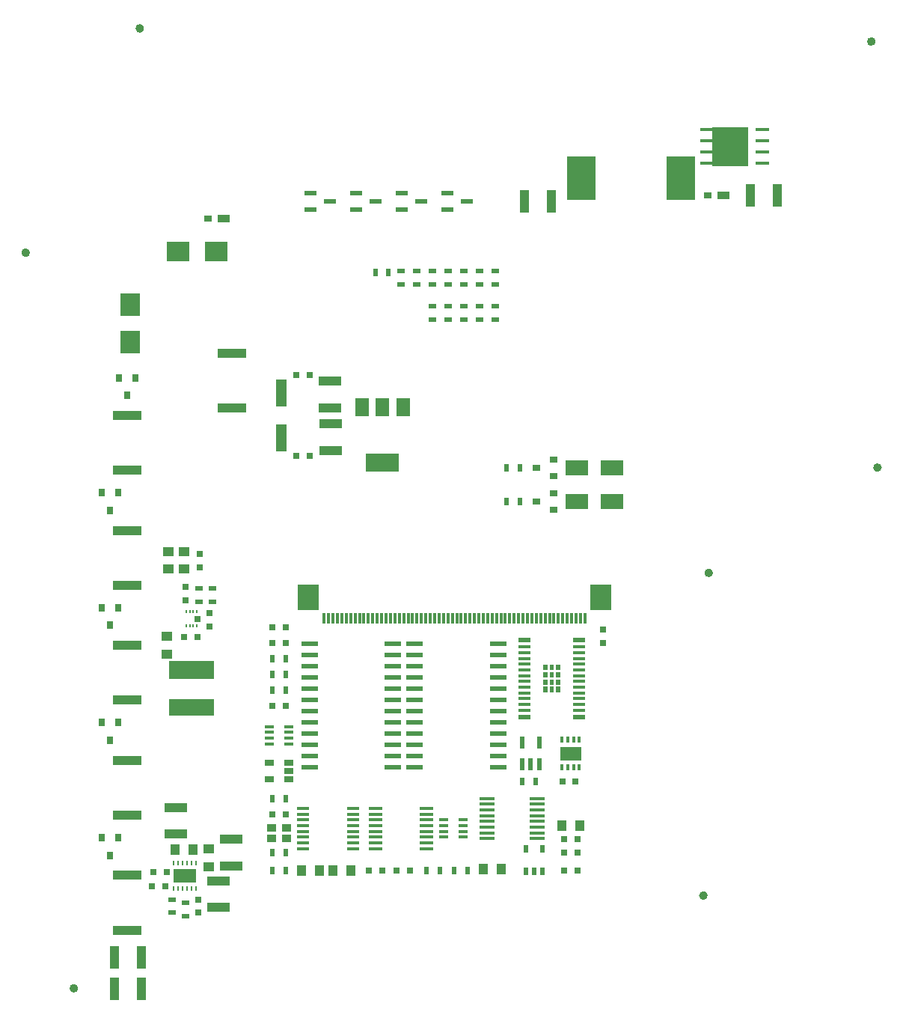
<source format=gtp>
G04 #@! TF.GenerationSoftware,KiCad,Pcbnew,(5.1.6-0-10_14)*
G04 #@! TF.CreationDate,2021-12-04T22:46:38+09:00*
G04 #@! TF.ProjectId,qPCR-main,71504352-2d6d-4616-996e-2e6b69636164,rev?*
G04 #@! TF.SameCoordinates,Original*
G04 #@! TF.FileFunction,Paste,Top*
G04 #@! TF.FilePolarity,Positive*
%FSLAX46Y46*%
G04 Gerber Fmt 4.6, Leading zero omitted, Abs format (unit mm)*
G04 Created by KiCad (PCBNEW (5.1.6-0-10_14)) date 2021-12-04 22:46:38*
%MOMM*%
%LPD*%
G01*
G04 APERTURE LIST*
%ADD10C,0.475000*%
%ADD11C,0.100000*%
%ADD12R,1.397000X0.889000*%
%ADD13R,0.863600X0.762000*%
%ADD14R,1.320800X0.558800*%
%ADD15R,1.676400X0.355600*%
%ADD16R,0.800000X0.750000*%
%ADD17R,1.350000X0.600000*%
%ADD18R,1.350000X0.400000*%
%ADD19R,3.200000X1.000000*%
%ADD20R,0.800000X0.900000*%
%ADD21R,0.750000X0.800000*%
%ADD22R,2.500000X1.000000*%
%ADD23R,1.000000X1.250000*%
%ADD24R,1.250000X1.000000*%
%ADD25R,2.500000X2.300000*%
%ADD26R,2.300000X2.500000*%
%ADD27R,0.711200X0.678200*%
%ADD28R,0.200000X0.457200*%
%ADD29R,0.249999X0.499999*%
%ADD30R,2.500000X1.500000*%
%ADD31R,1.000000X2.500000*%
%ADD32R,0.900000X0.500000*%
%ADD33R,0.500000X0.900000*%
%ADD34R,5.100000X2.100000*%
%ADD35R,5.100000X1.900000*%
%ADD36R,1.570000X0.410000*%
%ADD37R,1.473200X0.355600*%
%ADD38R,1.000000X0.900000*%
%ADD39R,1.060000X0.650000*%
%ADD40R,1.060000X0.400000*%
%ADD41R,1.500000X2.000000*%
%ADD42R,3.800000X2.000000*%
%ADD43R,2.400000X3.000000*%
%ADD44R,0.300000X1.250000*%
%ADD45R,0.508000X0.825500*%
%ADD46R,1.219200X3.098800*%
%ADD47R,0.558800X1.473200*%
%ADD48R,2.500000X1.800000*%
%ADD49R,0.900000X0.800000*%
%ADD50R,2.400000X1.500000*%
%ADD51R,0.350000X0.650000*%
%ADD52R,1.879600X0.558800*%
%ADD53R,1.516000X0.457200*%
%ADD54R,3.250000X5.000000*%
G04 APERTURE END LIST*
D10*
X159377500Y-137010000D02*
G75*
G03*
X159377500Y-137010000I-237500J0D01*
G01*
X159977500Y-100510000D02*
G75*
G03*
X159977500Y-100510000I-237500J0D01*
G01*
X179077500Y-88610000D02*
G75*
G03*
X179077500Y-88610000I-237500J0D01*
G01*
X178377500Y-40410000D02*
G75*
G03*
X178377500Y-40410000I-237500J0D01*
G01*
X82687500Y-64300000D02*
G75*
G03*
X82687500Y-64300000I-237500J0D01*
G01*
X88137500Y-147500000D02*
G75*
G03*
X88137500Y-147500000I-237500J0D01*
G01*
X95597500Y-38930000D02*
G75*
G03*
X95597500Y-38930000I-237500J0D01*
G01*
D11*
G36*
X142233532Y-111750000D02*
G01*
X142233532Y-112350000D01*
X141733532Y-112350000D01*
X141733532Y-111750000D01*
X142233532Y-111750000D01*
G37*
G36*
X141533532Y-111750000D02*
G01*
X141533532Y-112350000D01*
X141033532Y-112350000D01*
X141033532Y-111750000D01*
X141533532Y-111750000D01*
G37*
G36*
X142933532Y-111750000D02*
G01*
X142933532Y-112350000D01*
X142433532Y-112350000D01*
X142433532Y-111750000D01*
X142933532Y-111750000D01*
G37*
G36*
X142233532Y-110930000D02*
G01*
X142233532Y-111530000D01*
X141733532Y-111530000D01*
X141733532Y-110930000D01*
X142233532Y-110930000D01*
G37*
G36*
X142933532Y-110930000D02*
G01*
X142933532Y-111530000D01*
X142433532Y-111530000D01*
X142433532Y-110930000D01*
X142933532Y-110930000D01*
G37*
G36*
X141533532Y-110930000D02*
G01*
X141533532Y-111530000D01*
X141033532Y-111530000D01*
X141033532Y-110930000D01*
X141533532Y-110930000D01*
G37*
G36*
X142233532Y-113390000D02*
G01*
X142233532Y-113990000D01*
X141733532Y-113990000D01*
X141733532Y-113390000D01*
X142233532Y-113390000D01*
G37*
G36*
X142233532Y-112570000D02*
G01*
X142233532Y-113170000D01*
X141733532Y-113170000D01*
X141733532Y-112570000D01*
X142233532Y-112570000D01*
G37*
G36*
X141533532Y-112570000D02*
G01*
X141533532Y-113170000D01*
X141033532Y-113170000D01*
X141033532Y-112570000D01*
X141533532Y-112570000D01*
G37*
G36*
X142933532Y-112570000D02*
G01*
X142933532Y-113170000D01*
X142433532Y-113170000D01*
X142433532Y-112570000D01*
X142933532Y-112570000D01*
G37*
G36*
X142933532Y-113390000D02*
G01*
X142933532Y-113990000D01*
X142433532Y-113990000D01*
X142433532Y-113390000D01*
X142933532Y-113390000D01*
G37*
G36*
X141533532Y-113390000D02*
G01*
X141533532Y-113990000D01*
X141033532Y-113990000D01*
X141033532Y-113390000D01*
X141533532Y-113390000D01*
G37*
G36*
X160114600Y-54429000D02*
G01*
X164102400Y-54429000D01*
X164102400Y-50111000D01*
X160114600Y-50111000D01*
X160114600Y-54429000D01*
G37*
X160114600Y-54429000D02*
X164102400Y-54429000D01*
X164102400Y-50111000D01*
X160114600Y-50111000D01*
X160114600Y-54429000D01*
D12*
X104879300Y-60420000D03*
D13*
X103114000Y-60420000D03*
D14*
X116852200Y-58500000D03*
X114667800Y-59439800D03*
X114667800Y-57560200D03*
X122017200Y-58500000D03*
X119832800Y-59439800D03*
X119832800Y-57560200D03*
X130162800Y-57560200D03*
X130162800Y-59439800D03*
X132347200Y-58500000D03*
X124997800Y-57560200D03*
X124997800Y-59439800D03*
X127182200Y-58500000D03*
D15*
X140299400Y-126025001D03*
X140299400Y-126675002D03*
X140299400Y-127325001D03*
X140299400Y-127975002D03*
X140299400Y-128625001D03*
X140299400Y-129274999D03*
X140299400Y-129925001D03*
X140299400Y-130574999D03*
X134660600Y-130574999D03*
X134660600Y-129924998D03*
X134660600Y-129274999D03*
X134660600Y-128624998D03*
X134660600Y-127974999D03*
X134660600Y-127325001D03*
X134660600Y-126674999D03*
X134660600Y-126025001D03*
D16*
X111870000Y-108410000D03*
X110370000Y-108410000D03*
D17*
X145033532Y-108145000D03*
X138933532Y-108145000D03*
D18*
X145033532Y-108895000D03*
X138933532Y-108895000D03*
X145033532Y-109545000D03*
X138933532Y-109545000D03*
X145033532Y-110195000D03*
X138933532Y-110195000D03*
X145033532Y-110845000D03*
X138933532Y-110845000D03*
X145033532Y-111495000D03*
X138933532Y-111495000D03*
X145033532Y-112145000D03*
X138933532Y-112145000D03*
X145033532Y-112795000D03*
X138933532Y-112795000D03*
X145033532Y-113445000D03*
X138933532Y-113445000D03*
X145033532Y-114095000D03*
X138933532Y-114095000D03*
X145033532Y-114745000D03*
X138933532Y-114745000D03*
X145033532Y-115395000D03*
X138933532Y-115395000D03*
X145033532Y-116045000D03*
X138933532Y-116045000D03*
D17*
X145033532Y-116795000D03*
X138933532Y-116795000D03*
D19*
X93936000Y-82720000D03*
X93936000Y-88920000D03*
D20*
X92926000Y-91450000D03*
X91026000Y-91450000D03*
X91976000Y-93450000D03*
D21*
X102010000Y-137450000D03*
X102010000Y-138950000D03*
D16*
X96890000Y-134310000D03*
X98390000Y-134310000D03*
D22*
X104240000Y-135350000D03*
X104240000Y-138350000D03*
D23*
X101380000Y-131830000D03*
X99380000Y-131830000D03*
D16*
X98220000Y-135930000D03*
X96720000Y-135930000D03*
D22*
X105710000Y-130660000D03*
X105710000Y-133660000D03*
D24*
X103140000Y-131720000D03*
X103140000Y-133720000D03*
D25*
X104020000Y-64130000D03*
X99720000Y-64130000D03*
D26*
X94270000Y-70140000D03*
X94270000Y-74440000D03*
D27*
X101858000Y-105700000D03*
D28*
X100610001Y-104925000D03*
X101010000Y-104925000D03*
X101410000Y-104925000D03*
X101809999Y-104925000D03*
X101809999Y-106475000D03*
X101410000Y-106475000D03*
X101010000Y-106475000D03*
X100610001Y-106475000D03*
D29*
X99220000Y-136220000D03*
X99719999Y-136220000D03*
X100220000Y-136220000D03*
X100720000Y-136220000D03*
X101220001Y-136220000D03*
X101720000Y-136220000D03*
X101720000Y-133320000D03*
X101220001Y-133320000D03*
X100720000Y-133320000D03*
X100220000Y-133320000D03*
X99719999Y-133320000D03*
X99220000Y-133320000D03*
D30*
X100470000Y-134770000D03*
D16*
X100360000Y-107770000D03*
X101860000Y-107770000D03*
D24*
X98390000Y-109720000D03*
X98390000Y-107720000D03*
D31*
X95510000Y-144040000D03*
X92510000Y-144040000D03*
D21*
X103260000Y-106540000D03*
X103260000Y-105040000D03*
D20*
X91976000Y-106450000D03*
X91026000Y-104450000D03*
X92926000Y-104450000D03*
X93936000Y-80450000D03*
X92986000Y-78450000D03*
X94886000Y-78450000D03*
X91976000Y-132450000D03*
X91026000Y-130450000D03*
X92926000Y-130450000D03*
X92926000Y-117450000D03*
X91026000Y-117450000D03*
X91976000Y-119450000D03*
D22*
X99400000Y-127040000D03*
X99400000Y-130040000D03*
D19*
X93936000Y-101920000D03*
X93936000Y-95720000D03*
D32*
X102020000Y-103780000D03*
X102020000Y-102280000D03*
X103570000Y-102270000D03*
X103570000Y-103770000D03*
X98980000Y-137450000D03*
X98980000Y-138950000D03*
D19*
X93936000Y-134720000D03*
X93936000Y-140920000D03*
X93936000Y-127920000D03*
X93936000Y-121720000D03*
X93936000Y-108720000D03*
X93936000Y-114920000D03*
D32*
X100540000Y-139350000D03*
X100540000Y-137850000D03*
D19*
X105820000Y-81860000D03*
X105820000Y-75660000D03*
D33*
X110370000Y-134198000D03*
X111870000Y-134198000D03*
D23*
X119232000Y-134198000D03*
X117232000Y-134198000D03*
D34*
X101210000Y-111520000D03*
D35*
X101210000Y-115720000D03*
D23*
X115676000Y-134198000D03*
X113676000Y-134198000D03*
D21*
X102108000Y-99850000D03*
X102108000Y-98350000D03*
D24*
X100330000Y-98100000D03*
X100330000Y-100100000D03*
D21*
X100570000Y-102130000D03*
X100570000Y-103630000D03*
D31*
X92530000Y-147530000D03*
X95530000Y-147530000D03*
D24*
X98552000Y-98100000D03*
X98552000Y-100100000D03*
D36*
X127810000Y-127155000D03*
X127810000Y-127805000D03*
X127810000Y-128455000D03*
X127810000Y-129105000D03*
X127810000Y-129755000D03*
X127810000Y-130405000D03*
X127810000Y-131055000D03*
X127810000Y-131705000D03*
X122070000Y-131705000D03*
X122070000Y-131055000D03*
X122070000Y-130405000D03*
X122070000Y-129755000D03*
X122070000Y-129105000D03*
X122070000Y-128455000D03*
X122070000Y-127805000D03*
X122070000Y-127155000D03*
D37*
X119479400Y-127155001D03*
X119479400Y-127805002D03*
X119479400Y-128455001D03*
X119479400Y-129105002D03*
X119479400Y-129755001D03*
X119479400Y-130404999D03*
X119479400Y-131055001D03*
X119479400Y-131704999D03*
X113840600Y-131704999D03*
X113840600Y-131054998D03*
X113840600Y-130404999D03*
X113840600Y-129754998D03*
X113840600Y-129104999D03*
X113840600Y-128455001D03*
X113840600Y-127804999D03*
X113840600Y-127155001D03*
D33*
X110370000Y-132166000D03*
X111870000Y-132166000D03*
D16*
X110370000Y-127848000D03*
X111870000Y-127848000D03*
D38*
X110307500Y-130552500D03*
X111932500Y-130552500D03*
X111932500Y-129327500D03*
X110307500Y-129327500D03*
D39*
X110020000Y-123890000D03*
X110020000Y-121990000D03*
X112220000Y-121990000D03*
X112220000Y-122940000D03*
X112220000Y-123890000D03*
D40*
X110020000Y-117910000D03*
X110020000Y-118560000D03*
X110020000Y-119220000D03*
X110020000Y-119870000D03*
X112220000Y-119870000D03*
X112220000Y-119220000D03*
X112220000Y-118560000D03*
X112220000Y-117910000D03*
X129780000Y-130410000D03*
X129780000Y-129760000D03*
X129780000Y-129100000D03*
X129780000Y-128450000D03*
X131980000Y-128450000D03*
X131980000Y-129100000D03*
X131980000Y-129760000D03*
X131980000Y-130410000D03*
D41*
X125140000Y-81750000D03*
X120540000Y-81750000D03*
X122840000Y-81750000D03*
D42*
X122840000Y-88050000D03*
D43*
X114430000Y-103285000D03*
X147530000Y-103285000D03*
D44*
X116230000Y-105610000D03*
X116730000Y-105610000D03*
X117230000Y-105610000D03*
X117730000Y-105610000D03*
X118230000Y-105610000D03*
X118730000Y-105610000D03*
X119230000Y-105610000D03*
X119730000Y-105610000D03*
X120230000Y-105610000D03*
X120730000Y-105610000D03*
X121230000Y-105610000D03*
X121730000Y-105610000D03*
X122230000Y-105610000D03*
X122730000Y-105610000D03*
X123230000Y-105610000D03*
X123730000Y-105610000D03*
X124230000Y-105610000D03*
X124730000Y-105610000D03*
X125230000Y-105610000D03*
X125730000Y-105610000D03*
X126230000Y-105610000D03*
X126730000Y-105610000D03*
X127230000Y-105610000D03*
X127730000Y-105610000D03*
X128230000Y-105610000D03*
X128730000Y-105610000D03*
X129230000Y-105610000D03*
X129730000Y-105610000D03*
X130230000Y-105610000D03*
X130730000Y-105610000D03*
X131230000Y-105610000D03*
X131730000Y-105610000D03*
X132230000Y-105610000D03*
X132730000Y-105610000D03*
X133230000Y-105610000D03*
X133730000Y-105610000D03*
X134230000Y-105610000D03*
X134730000Y-105610000D03*
X135230000Y-105610000D03*
X135730000Y-105610000D03*
X136230000Y-105610000D03*
X136730000Y-105610000D03*
X137230000Y-105610000D03*
X137730000Y-105610000D03*
X138230000Y-105610000D03*
X138730000Y-105610000D03*
X139230000Y-105610000D03*
X139730000Y-105610000D03*
X140230000Y-105610000D03*
X140730000Y-105610000D03*
X141230000Y-105610000D03*
X141730000Y-105610000D03*
X142230000Y-105610000D03*
X142730000Y-105610000D03*
X143230000Y-105610000D03*
X143730000Y-105610000D03*
X144230000Y-105610000D03*
X144730000Y-105610000D03*
X145230000Y-105610000D03*
X145730000Y-105610000D03*
D45*
X139037500Y-131706350D03*
X140942500Y-131706350D03*
X140929800Y-134233650D03*
X139990000Y-134233650D03*
X139050200Y-134233650D03*
D46*
X111400000Y-85252700D03*
X111400000Y-80147300D03*
D16*
X125900000Y-134170000D03*
X124400000Y-134170000D03*
X122780000Y-134210000D03*
X121280000Y-134210000D03*
X110370000Y-106632000D03*
X111870000Y-106632000D03*
X111870000Y-115522000D03*
X110370000Y-115522000D03*
X143180000Y-124140000D03*
X144680000Y-124140000D03*
D21*
X147780000Y-106950000D03*
X147780000Y-108450000D03*
D23*
X143140000Y-129090000D03*
X145140000Y-129090000D03*
D22*
X116920000Y-81830000D03*
X116920000Y-78830000D03*
D16*
X143390000Y-130614000D03*
X144890000Y-130614000D03*
X114560000Y-78140000D03*
X113060000Y-78140000D03*
X143390000Y-132138000D03*
X144890000Y-132138000D03*
D22*
X116930000Y-86660000D03*
X116930000Y-83660000D03*
D16*
X113070000Y-87290000D03*
X114570000Y-87290000D03*
X143390000Y-134170000D03*
X144890000Y-134170000D03*
D32*
X128516000Y-71880000D03*
X128516000Y-70380000D03*
X130294000Y-70380000D03*
X130294000Y-71880000D03*
X128516000Y-67850000D03*
X128516000Y-66350000D03*
X130294000Y-66350000D03*
X130294000Y-67850000D03*
X126738000Y-66350000D03*
X126738000Y-67850000D03*
X133850000Y-70380000D03*
X133850000Y-71880000D03*
X132072000Y-70380000D03*
X132072000Y-71880000D03*
X133850000Y-66350000D03*
X133850000Y-67850000D03*
X132072000Y-66350000D03*
X132072000Y-67850000D03*
D33*
X110370000Y-126070000D03*
X111870000Y-126070000D03*
X111870000Y-111966000D03*
X110370000Y-111966000D03*
X110370000Y-110188000D03*
X111870000Y-110188000D03*
X111870000Y-113744000D03*
X110370000Y-113744000D03*
X140140000Y-124140000D03*
X138640000Y-124140000D03*
X127800000Y-134170000D03*
X129300000Y-134170000D03*
X130960000Y-134170000D03*
X132460000Y-134170000D03*
D32*
X124960000Y-66350000D03*
X124960000Y-67850000D03*
D33*
X122020000Y-66550000D03*
X123520000Y-66550000D03*
D47*
X138649999Y-119746200D03*
X140550001Y-119746200D03*
X140550001Y-122133800D03*
X139600000Y-122133800D03*
X138649999Y-122133800D03*
D48*
X148810000Y-88646000D03*
X144810000Y-88646000D03*
X144810000Y-92456000D03*
X148810000Y-92456000D03*
D49*
X142210000Y-89596000D03*
X142210000Y-87696000D03*
X140210000Y-88646000D03*
X140210000Y-92456000D03*
X142210000Y-91506000D03*
X142210000Y-93406000D03*
D33*
X136850000Y-88646000D03*
X138350000Y-88646000D03*
X136850000Y-92456000D03*
X138350000Y-92456000D03*
D50*
X144140000Y-120940000D03*
D51*
X145115000Y-122490000D03*
X144465000Y-122490000D03*
X143814999Y-122490000D03*
X143165001Y-122490000D03*
X143165001Y-119390000D03*
X143814999Y-119390000D03*
X144465000Y-119390000D03*
X145115000Y-119390000D03*
D52*
X126472900Y-108555000D03*
X126472900Y-109825000D03*
X126472900Y-111095000D03*
X126472900Y-112365000D03*
X126472900Y-113635000D03*
X126472900Y-114905000D03*
X126472900Y-116175000D03*
X126472900Y-117445000D03*
X126472900Y-118715000D03*
X126472900Y-119985000D03*
X126472900Y-121255000D03*
X126472900Y-122525000D03*
X135947100Y-122525000D03*
X135947100Y-121255000D03*
X135947100Y-119985000D03*
X135947100Y-118715000D03*
X135947100Y-117445000D03*
X135947100Y-116175000D03*
X135947100Y-114905000D03*
X135947100Y-113635000D03*
X135947100Y-112365000D03*
X135947100Y-111095000D03*
X135947100Y-109825000D03*
X135947100Y-108555000D03*
X114554900Y-108555000D03*
X114554900Y-109825000D03*
X114554900Y-111095000D03*
X114554900Y-112365000D03*
X114554900Y-113635000D03*
X114554900Y-114905000D03*
X114554900Y-116175000D03*
X114554900Y-117445000D03*
X114554900Y-118715000D03*
X114554900Y-119985000D03*
X114554900Y-121255000D03*
X114554900Y-122525000D03*
X124029100Y-122525000D03*
X124029100Y-121255000D03*
X124029100Y-119985000D03*
X124029100Y-118715000D03*
X124029100Y-117445000D03*
X124029100Y-116175000D03*
X124029100Y-114905000D03*
X124029100Y-113635000D03*
X124029100Y-112365000D03*
X124029100Y-111095000D03*
X124029100Y-109825000D03*
X124029100Y-108555000D03*
D23*
X136240000Y-134050000D03*
X134240000Y-134050000D03*
D13*
X159674000Y-57840000D03*
D12*
X161439300Y-57840000D03*
D53*
X159509000Y-54175000D03*
X159509000Y-52905000D03*
X159509000Y-51635000D03*
X159509000Y-50365000D03*
X165851000Y-50365000D03*
X165851000Y-51635000D03*
X165851000Y-52905000D03*
X165851000Y-54175000D03*
D31*
X164490000Y-57840000D03*
X167490000Y-57840000D03*
X141910000Y-58530000D03*
X138910000Y-58530000D03*
D32*
X135628000Y-70380000D03*
X135628000Y-71880000D03*
X135628000Y-67850000D03*
X135628000Y-66350000D03*
D54*
X156595000Y-55830000D03*
X145345000Y-55830000D03*
M02*

</source>
